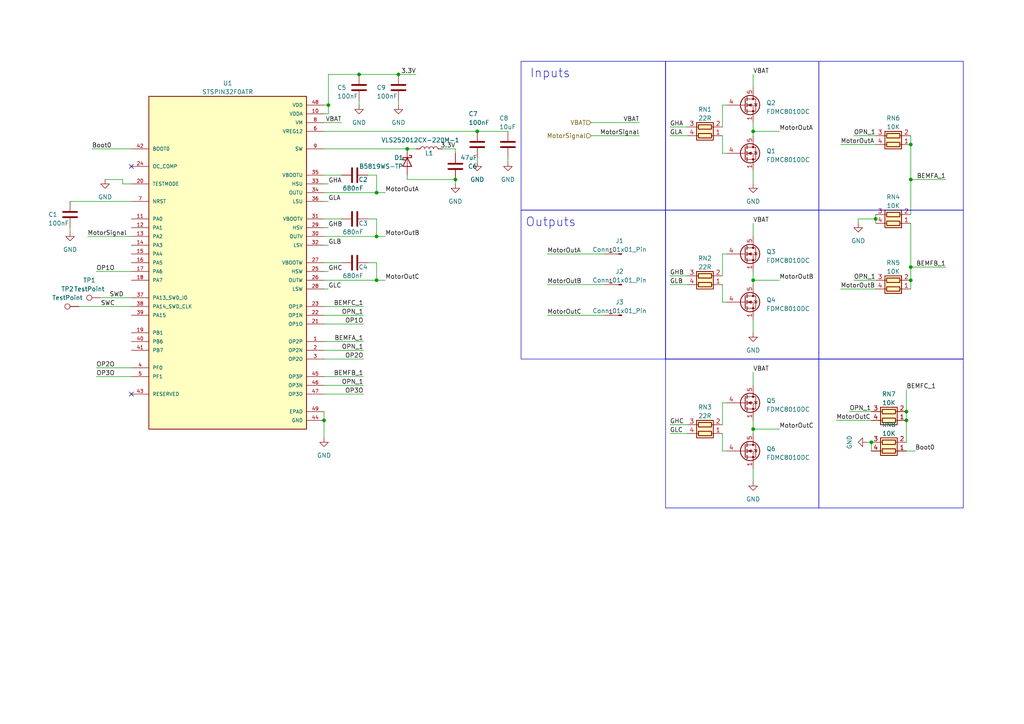
<source format=kicad_sch>
(kicad_sch (version 20230121) (generator eeschema)
  (paper "A4")
  (lib_symbols
    (symbol "Connector:Conn_01x01_Pin" (pin_names (offset 1.016) hide)
      (property "Reference" "J" (at 0 2.54 0))
      (property "Value" "Conn_01x01_Pin" (at 0 -2.54 0))
      (symbol "Conn_01x01_Pin_1_1"
        (polyline (pts (xy 1.27 0) (xy 0.8636 0)) (stroke (width 0.1524)))
        (rectangle (start 0.8636 0.127) (end 0 -0.127) (stroke (width 0.1524)) (fill (type outline)))
        (pin passive line (at 5.08 0 180) (length 3.81) (name "Pin_1") (number "1"))
      )
    )
    (symbol "Connector:TestPoint" (pin_numbers hide) (pin_names (offset 0.762) hide)
      (property "Reference" "TP" (at 0 6.858 0))
      (property "Value" "TestPoint" (at 0 5.08 0))
      (symbol "TestPoint_0_1"
        (circle (center 0 3.302) (radius 0.762))
      )
      (symbol "TestPoint_1_1"
        (pin passive line (at 0 0 90) (length 2.54) (name "1") (number "1"))
      )
    )
    (symbol "Device:C" (pin_numbers hide) (pin_names (offset 0.254))
      (property "Reference" "C" (at 0.635 2.54 0))
      (property "Value" "C" (at 0.635 -2.54 0))
      (symbol "C_0_1"
        (polyline (pts (xy -2.032 -0.762) (xy 2.032 -0.762)) (stroke (width 0.508)))
        (polyline (pts (xy -2.032 0.762) (xy 2.032 0.762)) (stroke (width 0.508)))
      )
      (symbol "C_1_1"
        (pin passive line (at 0 3.81 270) (length 2.794) (name "~") (number "1"))
        (pin passive line (at 0 -3.81 90) (length 2.794) (name "~") (number "2"))
      )
    )
    (symbol "Device:D_Schottky" (pin_numbers hide) (pin_names (offset 1.016) hide)
      (property "Reference" "D" (at 0 2.54 0))
      (property "Value" "D_Schottky" (at 0 -2.54 0))
      (symbol "D_Schottky_0_1"
        (polyline (pts (xy 1.27 0) (xy -1.27 0)))
        (polyline (pts (xy 1.27 1.27) (xy 1.27 -1.27) (xy -1.27 0) (xy 1.27 1.27)) (stroke (width 0.254)))
        (polyline (pts (xy -1.905 0.635) (xy -1.905 1.27) (xy -1.27 1.27) (xy -1.27 -1.27) (xy -0.635 -1.27) (xy -0.635 -0.635)) (stroke (width 0.254)))
      )
      (symbol "D_Schottky_1_1"
        (pin passive line (at -3.81 0 0) (length 2.54) (name "K") (number "1"))
        (pin passive line (at 3.81 0 180) (length 2.54) (name "A") (number "2"))
      )
    )
    (symbol "Device:L" (pin_numbers hide) (pin_names (offset 1.016) hide)
      (property "Reference" "L" (at -1.27 0 90))
      (property "Value" "L" (at 1.905 0 90))
      (symbol "L_0_1"
        (arc (start 0 -2.54) (mid 0.6323 -1.905) (end 0 -1.27))
        (arc (start 0 -1.27) (mid 0.6323 -0.635) (end 0 0))
        (arc (start 0 0) (mid 0.6323 0.635) (end 0 1.27))
        (arc (start 0 1.27) (mid 0.6323 1.905) (end 0 2.54))
      )
      (symbol "L_1_1"
        (pin passive line (at 0 3.81 270) (length 1.27) (name "1") (number "1"))
        (pin passive line (at 0 -3.81 90) (length 1.27) (name "2") (number "2"))
      )
    )
    (symbol "Device:R_Pack02" (pin_names (offset 0) hide)
      (property "Reference" "RN" (at -5.08 0 90))
      (property "Value" "R_Pack02" (at 2.54 0 90))
      (symbol "R_Pack02_0_1"
        (rectangle (start -3.81 -2.413) (end 1.27 2.413) (stroke (width 0.254)) (fill (type background)))
        (rectangle (start -3.175 1.905) (end -1.905 -1.905) (stroke (width 0.254)))
        (rectangle (start -0.635 1.905) (end 0.635 -1.905) (stroke (width 0.254)))
        (polyline (pts (xy -2.54 -2.54) (xy -2.54 -1.905)))
        (polyline (pts (xy -2.54 1.905) (xy -2.54 2.54)))
        (polyline (pts (xy 0 -2.54) (xy 0 -1.905)))
        (polyline (pts (xy 0 1.905) (xy 0 2.54)))
      )
      (symbol "R_Pack02_1_1"
        (pin passive line (at -2.54 -5.08 90) (length 2.54) (name "R1.1") (number "1"))
        (pin passive line (at 0 -5.08 90) (length 2.54) (name "R2.1") (number "2"))
        (pin passive line (at 0 5.08 270) (length 2.54) (name "R2.2") (number "3"))
        (pin passive line (at -2.54 5.08 270) (length 2.54) (name "R1.2") (number "4"))
      )
    )
    (symbol "OpenHW:FDMC8010DC" (pin_names (offset 0) hide)
      (property "Reference" "Q" (at 5.08 1.27 0))
      (property "Value" "FDMC8010DC" (at 5.08 -1.27 0))
      (symbol "FDMC8010DC_0_1"
        (polyline (pts (xy 0.254 0) (xy -2.54 0)))
        (polyline (pts (xy 0.254 1.905) (xy 0.254 -1.905)) (stroke (width 0.254)))
        (polyline (pts (xy 0.762 -1.27) (xy 0.762 -2.286)) (stroke (width 0.254)))
        (polyline (pts (xy 0.762 0.508) (xy 0.762 -0.508)) (stroke (width 0.254)))
        (polyline (pts (xy 0.762 2.286) (xy 0.762 1.27)) (stroke (width 0.254)))
        (polyline (pts (xy 2.54 2.54) (xy 2.54 1.778)))
        (polyline (pts (xy 2.54 -2.54) (xy 2.54 0) (xy 0.762 0)))
        (polyline (pts (xy 0.762 -1.778) (xy 3.302 -1.778) (xy 3.302 1.778) (xy 0.762 1.778)))
        (polyline (pts (xy 1.016 0) (xy 2.032 0.381) (xy 2.032 -0.381) (xy 1.016 0)) (fill (type outline)))
        (polyline (pts (xy 2.794 0.508) (xy 2.921 0.381) (xy 3.683 0.381) (xy 3.81 0.254)))
        (polyline (pts (xy 3.302 0.381) (xy 2.921 -0.254) (xy 3.683 -0.254) (xy 3.302 0.381)))
        (circle (center 1.651 0) (radius 2.794) (stroke (width 0.254)))
        (circle (center 2.54 -1.778) (radius 0.254) (fill (type outline)))
        (circle (center 2.54 1.778) (radius 0.254) (fill (type outline)))
      )
      (symbol "FDMC8010DC_1_1"
        (pin passive line (at 2.54 -5.08 90) (length 2.54) (name "S") (number "1"))
        (pin passive line (at 2.54 -5.08 90) (length 2.54) hide (name "S") (number "2"))
        (pin passive line (at 2.54 -5.08 90) (length 2.54) hide (name "S") (number "3"))
        (pin input line (at -5.08 0 0) (length 2.54) (name "G") (number "4"))
        (pin passive line (at 2.54 5.08 270) (length 2.54) (name "D") (number "5"))
      )
    )
    (symbol "OpenHW:STSPIN32F0ATR" (pin_names (offset 1.016))
      (property "Reference" "U" (at -22.86 49.53 0))
      (property "Value" "STSPIN32F0ATR" (at -22.86 -49.53 0))
      (symbol "STSPIN32F0ATR_0_0"
        (rectangle (start -22.86 -48.26) (end 22.86 48.26) (stroke (width 0.254)) (fill (type background)))
        (pin input line (at 27.94 -22.86 180) (length 5.08) (name "OP2P") (number "1"))
        (pin power_in line (at 27.94 43.18 180) (length 5.08) (name "VDDA") (number "10"))
        (pin bidirectional line (at -27.94 12.7 0) (length 5.08) (name "PA0") (number "11"))
        (pin bidirectional line (at -27.94 10.16 0) (length 5.08) (name "PA1") (number "12"))
        (pin bidirectional line (at -27.94 7.62 0) (length 5.08) (name "PA2") (number "13"))
        (pin bidirectional line (at -27.94 5.08 0) (length 5.08) (name "PA3") (number "14"))
        (pin bidirectional line (at -27.94 2.54 0) (length 5.08) (name "PA4") (number "15"))
        (pin bidirectional line (at -27.94 0 0) (length 5.08) (name "PA5") (number "16"))
        (pin bidirectional line (at -27.94 -2.54 0) (length 5.08) (name "PA6") (number "17"))
        (pin bidirectional line (at -27.94 -5.08 0) (length 5.08) (name "PA7") (number "18"))
        (pin bidirectional line (at -27.94 -20.32 0) (length 5.08) (name "PB1") (number "19"))
        (pin input line (at 27.94 -25.4 180) (length 5.08) (name "OP2N") (number "2"))
        (pin input line (at -27.94 22.86 0) (length 5.08) (name "TESTMODE") (number "20"))
        (pin output line (at 27.94 -17.78 180) (length 5.08) (name "OP1O") (number "21"))
        (pin input line (at 27.94 -15.24 180) (length 5.08) (name "OP1N") (number "22"))
        (pin input line (at 27.94 -12.7 180) (length 5.08) (name "OP1P") (number "23"))
        (pin input line (at -27.94 27.94 0) (length 5.08) (name "OC_COMP") (number "24"))
        (pin output line (at 27.94 -2.54 180) (length 5.08) (name "HSW") (number "25"))
        (pin output line (at 27.94 -5.08 180) (length 5.08) (name "OUTW") (number "26"))
        (pin power_in line (at 27.94 0 180) (length 5.08) (name "VBOOTW") (number "27"))
        (pin output line (at 27.94 -7.62 180) (length 5.08) (name "LSW") (number "28"))
        (pin output line (at 27.94 10.16 180) (length 5.08) (name "HSV") (number "29"))
        (pin output line (at 27.94 -27.94 180) (length 5.08) (name "OP2O") (number "3"))
        (pin output line (at 27.94 7.62 180) (length 5.08) (name "OUTV") (number "30"))
        (pin power_in line (at 27.94 12.7 180) (length 5.08) (name "VBOOTV") (number "31"))
        (pin output line (at 27.94 5.08 180) (length 5.08) (name "LSV") (number "32"))
        (pin output line (at 27.94 22.86 180) (length 5.08) (name "HSU") (number "33"))
        (pin output line (at 27.94 20.32 180) (length 5.08) (name "OUTU") (number "34"))
        (pin power_in line (at 27.94 25.4 180) (length 5.08) (name "VBOOTU") (number "35"))
        (pin output line (at 27.94 17.78 180) (length 5.08) (name "LSU") (number "36"))
        (pin bidirectional line (at -27.94 -10.16 0) (length 5.08) (name "PA13_SWD_IO") (number "37"))
        (pin bidirectional line (at -27.94 -12.7 0) (length 5.08) (name "PA14_SWD_CLK") (number "38"))
        (pin bidirectional line (at -27.94 -15.24 0) (length 5.08) (name "PA15") (number "39"))
        (pin bidirectional line (at -27.94 -30.48 0) (length 5.08) (name "PF0") (number "4"))
        (pin bidirectional line (at -27.94 -22.86 0) (length 5.08) (name "PB6") (number "40"))
        (pin bidirectional line (at -27.94 -25.4 0) (length 5.08) (name "PB7") (number "41"))
        (pin input line (at -27.94 33.02 0) (length 5.08) (name "BOOT0") (number "42"))
        (pin passive line (at -27.94 -38.1 0) (length 5.08) (name "RESERVED") (number "43"))
        (pin power_in line (at 27.94 -45.72 180) (length 5.08) (name "GND") (number "44"))
        (pin input line (at 27.94 -33.02 180) (length 5.08) (name "OP3P") (number "45"))
        (pin input line (at 27.94 -35.56 180) (length 5.08) (name "OP3N") (number "46"))
        (pin output line (at 27.94 -38.1 180) (length 5.08) (name "OP3O") (number "47"))
        (pin power_in line (at 27.94 45.72 180) (length 5.08) (name "VDD") (number "48"))
        (pin power_in line (at 27.94 -43.18 180) (length 5.08) (name "EPAD") (number "49"))
        (pin bidirectional line (at -27.94 -33.02 0) (length 5.08) (name "PF1") (number "5"))
        (pin power_in line (at 27.94 38.1 180) (length 5.08) (name "VREG12") (number "6"))
        (pin bidirectional line (at -27.94 17.78 0) (length 5.08) (name "NRST") (number "7"))
        (pin power_in line (at 27.94 40.64 180) (length 5.08) (name "VM") (number "8"))
        (pin output line (at 27.94 33.02 180) (length 5.08) (name "SW") (number "9"))
      )
    )
    (symbol "power:GND" (power) (pin_names (offset 0))
      (property "Value" "GND" (at 0 -3.81 0))
      (symbol "GND_0_1"
        (polyline (pts (xy 0 0) (xy 0 -1.27) (xy 1.27 -1.27) (xy 0 -2.54) (xy -1.27 -1.27) (xy 0 -1.27)))
      )
      (symbol "GND_1_1"
        (pin power_in line (at 0 0 270) (length 0) hide (name "GND") (number "1"))
      )
    )
  )
  (junction (at 95.25 30.48))
  (junction (at 138.43 38.1))
  (junction (at 218.44 124.46))
  (junction (at 218.44 38.1))
  (junction (at 109.22 68.58))
  (junction (at 109.22 81.28))
  (junction (at 264.16 41.91))
  (junction (at 132.08 52.07))
  (junction (at 262.89 121.92))
  (junction (at 264.16 77.47))
  (junction (at 218.44 81.28))
  (junction (at 93.98 121.92))
  (junction (at 264.16 81.28))
  (junction (at 254 63.5))
  (junction (at 252.73 128.27))
  (junction (at 118.11 43.18))
  (junction (at 262.89 119.38))
  (junction (at 109.22 55.88))
  (junction (at 264.16 52.07))
  (junction (at 115.57 21.59))
  (junction (at 104.14 21.59))
  (no_connect (at 38.1 114.3))
  (no_connect (at 38.1 48.26))
  (wire (pts (xy 218.44 64.77) (xy 218.44 68.58)))
  (wire (pts (xy 29.21 86.36) (xy 38.1 86.36)))
  (wire (pts (xy 105.41 104.14) (xy 93.98 104.14)))
  (wire (pts (xy 252.73 128.27) (xy 252.73 130.81)))
  (wire (pts (xy 109.22 50.8) (xy 109.22 55.88)))
  (wire (pts (xy 246.38 119.38) (xy 252.73 119.38)))
  (wire (pts (xy 248.92 63.5) (xy 254 63.5)))
  (wire (pts (xy 35.56 52.07) (xy 35.56 53.34)))
  (wire (pts (xy 93.98 55.88) (xy 109.22 55.88)))
  (wire (pts (xy 147.32 45.72) (xy 147.32 46.99)))
  (wire (pts (xy 99.06 50.8) (xy 93.98 50.8)))
  (wire (pts (xy 264.16 77.47) (xy 264.16 81.28)))
  (wire (pts (xy 35.56 53.34) (xy 38.1 53.34)))
  (wire (pts (xy 254 63.5) (xy 254 64.77)))
  (wire (pts (xy 35.56 52.07) (xy 30.48 52.07)))
  (wire (pts (xy 109.22 55.88) (xy 111.76 55.88)))
  (wire (pts (xy 218.44 78.74) (xy 218.44 81.28)))
  (wire (pts (xy 93.98 119.38) (xy 93.98 121.92)))
  (wire (pts (xy 111.76 68.58) (xy 109.22 68.58)))
  (wire (pts (xy 218.44 107.95) (xy 218.44 111.76)))
  (wire (pts (xy 99.06 35.56) (xy 93.98 35.56)))
  (wire (pts (xy 218.44 124.46) (xy 226.06 124.46)))
  (wire (pts (xy 106.68 63.5) (xy 109.22 63.5)))
  (wire (pts (xy 95.25 53.34) (xy 93.98 53.34)))
  (wire (pts (xy 95.25 83.82) (xy 93.98 83.82)))
  (wire (pts (xy 209.55 73.66) (xy 210.82 73.66)))
  (wire (pts (xy 264.16 52.07) (xy 274.32 52.07)))
  (wire (pts (xy 22.86 88.9) (xy 38.1 88.9)))
  (wire (pts (xy 118.11 52.07) (xy 132.08 52.07)))
  (wire (pts (xy 242.57 121.92) (xy 252.73 121.92)))
  (wire (pts (xy 218.44 38.1) (xy 218.44 39.37)))
  (wire (pts (xy 209.55 82.55) (xy 209.55 87.63)))
  (wire (pts (xy 194.31 36.83) (xy 199.39 36.83)))
  (wire (pts (xy 218.44 96.52) (xy 218.44 92.71)))
  (wire (pts (xy 105.41 111.76) (xy 93.98 111.76)))
  (wire (pts (xy 132.08 43.18) (xy 132.08 44.45)))
  (wire (pts (xy 93.98 38.1) (xy 138.43 38.1)))
  (wire (pts (xy 93.98 127) (xy 93.98 121.92)))
  (wire (pts (xy 218.44 21.59) (xy 218.44 25.4)))
  (wire (pts (xy 20.32 67.31) (xy 20.32 66.04)))
  (wire (pts (xy 158.75 82.55) (xy 175.26 82.55)))
  (wire (pts (xy 105.41 99.06) (xy 93.98 99.06)))
  (wire (pts (xy 93.98 30.48) (xy 95.25 30.48)))
  (wire (pts (xy 218.44 53.34) (xy 218.44 49.53)))
  (wire (pts (xy 218.44 38.1) (xy 226.06 38.1)))
  (wire (pts (xy 128.27 43.18) (xy 132.08 43.18)))
  (wire (pts (xy 194.31 123.19) (xy 199.39 123.19)))
  (wire (pts (xy 99.06 76.2) (xy 93.98 76.2)))
  (wire (pts (xy 252.73 128.27) (xy 251.46 128.27)))
  (wire (pts (xy 264.16 39.37) (xy 264.16 41.91)))
  (wire (pts (xy 254 63.5) (xy 254 62.23)))
  (wire (pts (xy 209.55 30.48) (xy 210.82 30.48)))
  (wire (pts (xy 115.57 30.48) (xy 115.57 29.21)))
  (wire (pts (xy 111.76 81.28) (xy 109.22 81.28)))
  (wire (pts (xy 218.44 139.7) (xy 218.44 135.89)))
  (wire (pts (xy 194.31 39.37) (xy 199.39 39.37)))
  (wire (pts (xy 138.43 45.72) (xy 138.43 46.99)))
  (wire (pts (xy 95.25 33.02) (xy 95.25 30.48)))
  (wire (pts (xy 105.41 88.9) (xy 93.98 88.9)))
  (wire (pts (xy 105.41 109.22) (xy 93.98 109.22)))
  (wire (pts (xy 109.22 76.2) (xy 109.22 81.28)))
  (wire (pts (xy 218.44 81.28) (xy 226.06 81.28)))
  (wire (pts (xy 25.4 68.58) (xy 38.1 68.58)))
  (wire (pts (xy 262.89 119.38) (xy 262.89 121.92)))
  (wire (pts (xy 262.89 113.03) (xy 262.89 119.38)))
  (wire (pts (xy 93.98 33.02) (xy 95.25 33.02)))
  (wire (pts (xy 247.65 39.37) (xy 254 39.37)))
  (wire (pts (xy 158.75 73.66) (xy 175.26 73.66)))
  (wire (pts (xy 99.06 63.5) (xy 93.98 63.5)))
  (wire (pts (xy 118.11 43.18) (xy 120.65 43.18)))
  (wire (pts (xy 209.55 130.81) (xy 210.82 130.81)))
  (wire (pts (xy 218.44 35.56) (xy 218.44 38.1)))
  (wire (pts (xy 106.68 50.8) (xy 109.22 50.8)))
  (wire (pts (xy 171.45 39.37) (xy 185.42 39.37)))
  (wire (pts (xy 194.31 80.01) (xy 199.39 80.01)))
  (wire (pts (xy 209.55 36.83) (xy 209.55 30.48)))
  (wire (pts (xy 158.75 91.44) (xy 175.26 91.44)))
  (wire (pts (xy 194.31 82.55) (xy 199.39 82.55)))
  (wire (pts (xy 243.84 41.91) (xy 254 41.91)))
  (wire (pts (xy 20.32 58.42) (xy 38.1 58.42)))
  (wire (pts (xy 95.25 71.12) (xy 93.98 71.12)))
  (wire (pts (xy 218.44 81.28) (xy 218.44 82.55)))
  (wire (pts (xy 104.14 21.59) (xy 115.57 21.59)))
  (wire (pts (xy 274.32 77.47) (xy 264.16 77.47)))
  (wire (pts (xy 209.55 123.19) (xy 209.55 116.84)))
  (wire (pts (xy 264.16 41.91) (xy 264.16 52.07)))
  (wire (pts (xy 264.16 52.07) (xy 264.16 62.23)))
  (wire (pts (xy 27.94 78.74) (xy 38.1 78.74)))
  (wire (pts (xy 27.94 106.68) (xy 38.1 106.68)))
  (wire (pts (xy 104.14 30.48) (xy 104.14 29.21)))
  (wire (pts (xy 209.55 44.45) (xy 210.82 44.45)))
  (wire (pts (xy 209.55 39.37) (xy 209.55 44.45)))
  (wire (pts (xy 109.22 81.28) (xy 93.98 81.28)))
  (wire (pts (xy 194.31 125.73) (xy 199.39 125.73)))
  (wire (pts (xy 209.55 87.63) (xy 210.82 87.63)))
  (wire (pts (xy 105.41 114.3) (xy 93.98 114.3)))
  (wire (pts (xy 105.41 91.44) (xy 93.98 91.44)))
  (wire (pts (xy 95.25 78.74) (xy 93.98 78.74)))
  (wire (pts (xy 171.45 35.56) (xy 185.42 35.56)))
  (wire (pts (xy 132.08 53.34) (xy 132.08 52.07)))
  (wire (pts (xy 106.68 76.2) (xy 109.22 76.2)))
  (wire (pts (xy 95.25 21.59) (xy 104.14 21.59)))
  (wire (pts (xy 118.11 50.8) (xy 118.11 52.07)))
  (wire (pts (xy 27.94 109.22) (xy 38.1 109.22)))
  (wire (pts (xy 218.44 124.46) (xy 218.44 125.73)))
  (wire (pts (xy 109.22 68.58) (xy 93.98 68.58)))
  (wire (pts (xy 209.55 80.01) (xy 209.55 73.66)))
  (wire (pts (xy 26.67 43.18) (xy 38.1 43.18)))
  (wire (pts (xy 264.16 64.77) (xy 264.16 77.47)))
  (wire (pts (xy 105.41 93.98) (xy 93.98 93.98)))
  (wire (pts (xy 218.44 121.92) (xy 218.44 124.46)))
  (wire (pts (xy 209.55 125.73) (xy 209.55 130.81)))
  (wire (pts (xy 109.22 63.5) (xy 109.22 68.58)))
  (wire (pts (xy 248.92 63.5) (xy 248.92 64.77)))
  (wire (pts (xy 115.57 21.59) (xy 120.65 21.59)))
  (wire (pts (xy 138.43 38.1) (xy 147.32 38.1)))
  (wire (pts (xy 262.89 121.92) (xy 262.89 128.27)))
  (wire (pts (xy 105.41 101.6) (xy 93.98 101.6)))
  (wire (pts (xy 209.55 116.84) (xy 210.82 116.84)))
  (wire (pts (xy 95.25 66.04) (xy 93.98 66.04)))
  (wire (pts (xy 118.11 43.18) (xy 93.98 43.18)))
  (wire (pts (xy 95.25 58.42) (xy 93.98 58.42)))
  (wire (pts (xy 247.65 81.28) (xy 254 81.28)))
  (wire (pts (xy 265.43 130.81) (xy 262.89 130.81)))
  (wire (pts (xy 264.16 81.28) (xy 264.16 83.82)))
  (wire (pts (xy 243.84 83.82) (xy 254 83.82)))
  (wire (pts (xy 95.25 21.59) (xy 95.25 30.48)))
  (rectangle (start 237.49 104.14) (end 279.4 147.32))
  (rectangle (start 237.49 60.96) (end 279.4 104.14))
  (rectangle (start 237.49 17.78) (end 279.4 60.96))
  (rectangle (start 151.13 17.78) (end 193.04 60.96))
  (rectangle (start 193.04 60.96) (end 237.49 104.14))
  (rectangle (start 193.04 17.78) (end 237.49 60.96))
  (rectangle (start 151.13 60.96) (end 193.04 104.14))
  (rectangle (start 193.04 104.14) (end 237.49 147.32))
  (text "Outputs" (at 152.4 66.04 0) (effects (font (size 2.54 2.54)) (justify left bottom)))
  (text "Inputs" (at 153.67 22.86 0) (effects (font (size 2.54 2.54)) (justify left bottom)))
  (label "BEMFA_1" (at 274.32 52.07 180))
  (label "GHA" (at 194.31 36.83 0))
  (label "MotorOutB" (at 158.75 82.55 0))
  (label "OP2O" (at 105.41 104.14 180))
  (label "VBAT" (at 99.06 35.56 180))
  (label "GLA" (at 95.25 58.42 0))
  (label "MotorOutC" (at 242.57 121.92 0))
  (label "VBAT" (at 185.42 35.56 180))
  (label "MotorOutB" (at 243.84 83.82 0))
  (label "GLA" (at 194.31 39.37 0))
  (label "Boot0" (at 26.67 43.18 0))
  (label "BEMFB_1" (at 105.41 109.22 180))
  (label "MotorOutA" (at 243.84 41.91 0))
  (label "GLC" (at 194.31 125.73 0))
  (label "3.3V" (at 120.65 21.59 180))
  (label "MotorOutA" (at 111.76 55.88 0))
  (label "MotorOutC" (at 111.76 81.28 0))
  (label "OPN_1" (at 247.65 81.28 0))
  (label "GHC" (at 194.31 123.19 0))
  (label "GHC" (at 95.25 78.74 0))
  (label "OP1O" (at 105.41 93.98 180))
  (label "OP1O" (at 27.94 78.74 0))
  (label "VBAT" (at 218.44 21.59 0))
  (label "GLC" (at 95.25 83.82 0))
  (label "OP2O" (at 27.94 106.68 0))
  (label "OPN_1" (at 105.41 111.76 180))
  (label "GLB" (at 95.25 71.12 0))
  (label "GHB" (at 194.31 80.01 0))
  (label "BEMFC_1" (at 105.41 88.9 180))
  (label "OPN_1" (at 105.41 91.44 180))
  (label "MotorSignal" (at 25.4 68.58 0))
  (label "MotorOutB" (at 226.06 81.28 0))
  (label "BEMFC_1" (at 262.89 113.03 0))
  (label "MotorSignal" (at 185.42 39.37 180))
  (label "VBAT" (at 218.44 107.95 0))
  (label "GLB" (at 194.31 82.55 0))
  (label "MotorOutB" (at 111.76 68.58 0))
  (label "MotorOutA" (at 158.75 73.66 0))
  (label "MotorOutC" (at 226.06 124.46 0))
  (label "OPN_1" (at 105.41 101.6 180))
  (label "OPN_1" (at 247.65 39.37 0))
  (label "OPN_1" (at 246.38 119.38 0))
  (label "SWC" (at 29.21 88.9 0))
  (label "BEMFA_1" (at 105.41 99.06 180))
  (label "BEMFB_1" (at 274.32 77.47 180))
  (label "Boot0" (at 265.43 130.81 0))
  (label "SWD" (at 31.75 86.36 0))
  (label "MotorOutC" (at 158.75 91.44 0))
  (label "VBAT" (at 218.44 64.77 0))
  (label "GHB" (at 95.25 66.04 0))
  (label "MotorOutA" (at 226.06 38.1 0))
  (label "OP3O" (at 105.41 114.3 180))
  (label "GHA" (at 95.25 53.34 0))
  (label "OP3O" (at 27.94 109.22 0))
  (label "3.3V" (at 132.08 43.18 180))
  (hierarchical_label "MotorSignal" (shape input) (at 171.45 39.37 180))
  (hierarchical_label "VBAT" (shape input) (at 171.45 35.56 180))
  (symbol (lib_id "power:GND") (at 147.32 46.99 0) (unit 1)
    (property "Reference" "#PWR013" (effects hide))
    (property "Value" "GND" (at 147.32 52.07 0))
    (instances (project "Slimmeri_GD32" (path "" (reference "#PWR013") (unit 1)) (path "" (reference "#PWR021") (unit 1))))
  )
  (symbol (lib_id "Device:R_Pack02") (at 204.47 123.19 90) (unit 1)
    (property "Reference" "RN3" (at 204.47 118.11 90))
    (property "Value" "22R" (at 204.47 120.65 90))
    (property "Footprint" "OpenHW:R_Array_Slim_2x0402" (effects hide))
    (instances (project "Slimmeri_GD32" (path "" (reference "RN3") (unit 1)) (path "" (reference "RN11") (unit 1))))
  )
  (symbol (lib_id "OpenHW:FDMC8010DC") (at 215.9 130.81 0) (unit 1)
    (property "Reference" "Q6" (at 222.25 130.175 0) (effects (justify left)))
    (property "Value" "FDMC8010DC" (at 222.25 132.715 0) (effects (justify left)))
    (property "Footprint" "OpenHW:TRANS_FDMC8010DC" (effects hide))
    (property "Datasheet" "https://datasheet.lcsc.com/lcsc/2005271103_onsemi-FDMC8010DC_C555489.pdf" (effects hide))
    (property "LCSC" "https://www.lcsc.com/product-detail/MOSFETs_onsemi-FDMC8010DC_C555489.html" (effects hide))
    (instances (project "Slimmeri_GD32" (path "" (reference "Q6") (unit 1)) (path "" (reference "Q12") (unit 1))))
  )
  (symbol (lib_id "Device:C") (at 102.87 76.2 90) (unit 1)
    (property "Reference" "C4" (at 106.68 77.47 90) (effects (justify left)))
    (property "Value" "680nF" (at 105.41 80.01 90) (effects (justify left)))
    (property "Footprint" "Capacitor_SMD:C_0603_1608Metric" (effects hide))
    (instances (project "Slimmeri_GD32" (path "" (reference "C4") (unit 1)) (path "" (reference "C13") (unit 1))))
  )
  (symbol (lib_id "Device:R_Pack02") (at 259.08 62.23 90) (unit 1)
    (property "Reference" "RN4" (at 259.08 57.15 90))
    (property "Value" "10K" (at 259.08 59.69 90))
    (property "Footprint" "OpenHW:R_Array_Slim_2x0402" (effects hide))
    (instances (project "Slimmeri_GD32" (path "" (reference "RN4") (unit 1)) (path "" (reference "RN15") (unit 1))))
  )
  (symbol (lib_id "Device:R_Pack02") (at 204.47 36.83 90) (unit 1)
    (property "Reference" "RN1" (at 204.47 31.75 90))
    (property "Value" "22R" (at 204.47 34.29 90))
    (property "Footprint" "OpenHW:R_Array_Slim_2x0402" (effects hide))
    (instances (project "Slimmeri_GD32" (path "" (reference "RN1") (unit 1)) (path "" (reference "RN9") (unit 1))))
  )
  (symbol (lib_id "power:GND") (at 104.14 30.48 0) (unit 1)
    (property "Reference" "#PWR010" (effects hide))
    (property "Value" "GND" (at 104.14 35.56 0))
    (instances (project "Slimmeri_GD32" (path "" (reference "#PWR010") (unit 1)) (path "" (reference "#PWR017") (unit 1))))
  )
  (symbol (lib_id "power:GND") (at 138.43 46.99 0) (unit 1)
    (property "Reference" "#PWR012" (effects hide))
    (property "Value" "GND" (at 138.43 52.07 0))
    (instances (project "Slimmeri_GD32" (path "" (reference "#PWR012") (unit 1)) (path "" (reference "#PWR020") (unit 1))))
  )
  (symbol (lib_id "Connector:TestPoint") (at 22.86 88.9 90) (unit 1)
    (property "Reference" "TP2" (at 19.558 83.82 90))
    (property "Value" "TestPoint" (at 19.558 86.36 90))
    (property "Footprint" "TestPoint:TestPoint_Pad_2.0x2.0mm" (effects hide))
    (instances (project "Slimmeri_GD32" (path "" (reference "TP2") (unit 1)) (path "" (reference "TP3") (unit 1))))
  )
  (symbol (lib_id "Device:C") (at 102.87 63.5 90) (unit 1)
    (property "Reference" "C3" (at 106.68 64.77 90) (effects (justify left)))
    (property "Value" "680nF" (at 105.41 67.31 90) (effects (justify left)))
    (property "Footprint" "Capacitor_SMD:C_0603_1608Metric" (effects hide))
    (instances (project "Slimmeri_GD32" (path "" (reference "C3") (unit 1)) (path "" (reference "C12") (unit 1))))
  )
  (symbol (lib_id "Device:D_Schottky") (at 118.11 46.99 270) (unit 1)
    (property "Reference" "D1" (at 114.3 45.72 90) (effects (justify left)))
    (property "Value" "B5819WS-TP" (at 104.14 48.26 90) (effects (justify left)))
    (property "Footprint" "Diode_SMD:D_SOD-323" (effects hide))
    (instances (project "Slimmeri_GD32" (path "" (reference "D1") (unit 1)) (path "" (reference "D2") (unit 1))))
  )
  (symbol (lib_id "OpenHW:FDMC8010DC") (at 215.9 73.66 0) (unit 1)
    (property "Reference" "Q3" (at 222.25 73.025 0) (effects (justify left)))
    (property "Value" "FDMC8010DC" (at 222.25 75.565 0) (effects (justify left)))
    (property "Footprint" "OpenHW:TRANS_FDMC8010DC" (effects hide))
    (property "Datasheet" "https://datasheet.lcsc.com/lcsc/2005271103_onsemi-FDMC8010DC_C555489.pdf" (effects hide))
    (property "LCSC" "https://www.lcsc.com/product-detail/MOSFETs_onsemi-FDMC8010DC_C555489.html" (effects hide))
    (instances (project "Slimmeri_GD32" (path "" (reference "Q3") (unit 1)) (path "" (reference "Q9") (unit 1))))
  )
  (symbol (lib_id "power:GND") (at 115.57 30.48 0) (unit 1)
    (property "Reference" "#PWR011" (effects hide))
    (property "Value" "GND" (at 115.57 35.56 0))
    (instances (project "Slimmeri_GD32" (path "" (reference "#PWR011") (unit 1)) (path "" (reference "#PWR018") (unit 1))))
  )
  (symbol (lib_id "Connector:Conn_01x01_Pin") (at 180.34 91.44 180) (unit 1)
    (property "Reference" "J3" (at 179.705 87.63 0))
    (property "Value" "Conn_01x01_Pin" (at 179.705 90.17 0))
    (property "Footprint" "OpenHW:MotorPad" (effects hide))
    (instances (project "Slimmeri_GD32" (path "" (reference "J3") (unit 1)) (path "" (reference "J6") (unit 1))))
  )
  (symbol (lib_id "power:GND") (at 30.48 52.07 0) (unit 1)
    (property "Reference" "#PWR014" (effects hide))
    (property "Value" "GND" (at 30.48 57.15 0))
    (instances (project "Slimmeri_GD32" (path "" (reference "#PWR014") (unit 1)) (path "" (reference "#PWR05") (unit 1))))
  )
  (symbol (lib_id "Device:R_Pack02") (at 259.08 39.37 90) (unit 1)
    (property "Reference" "RN6" (at 259.08 34.29 90))
    (property "Value" "10K" (at 259.08 36.83 90))
    (property "Footprint" "OpenHW:R_Array_Slim_2x0402" (effects hide))
    (instances (project "Slimmeri_GD32" (path "" (reference "RN6") (unit 1)) (path "" (reference "RN14") (unit 1))))
  )
  (symbol (lib_id "power:GND") (at 20.32 67.31 0) (unit 1)
    (property "Reference" "#PWR06" (effects hide))
    (property "Value" "GND" (at 20.32 72.39 0))
    (instances (project "Slimmeri_GD32" (path "" (reference "#PWR06") (unit 1)) (path "" (reference "#PWR03") (unit 1))))
  )
  (symbol (lib_id "Device:R_Pack02") (at 257.81 119.38 90) (unit 1)
    (property "Reference" "RN7" (at 257.81 114.3 90))
    (property "Value" "10K" (at 257.81 116.84 90))
    (property "Footprint" "OpenHW:R_Array_Slim_2x0402" (effects hide))
    (instances (project "Slimmeri_GD32" (path "" (reference "RN7") (unit 1)) (path "" (reference "RN12") (unit 1))))
  )
  (symbol (lib_id "Device:L") (at 124.46 43.18 90) (unit 1)
    (property "Reference" "L1" (at 124.46 44.45 90))
    (property "Value" "VLS252012CX-220M-1" (at 121.92 40.64 90))
    (property "Footprint" "Inductor_SMD:L_1008_2520Metric" (effects hide))
    (instances (project "Slimmeri_GD32" (path "" (reference "L1") (unit 1)) (path "" (reference "L2") (unit 1))))
  )
  (symbol (lib_id "Device:C") (at 20.32 62.23 0) (unit 1)
    (property "Reference" "C1" (at 13.97 62.23 0) (effects (justify left)))
    (property "Value" "100nF" (at 13.97 64.77 0) (effects (justify left)))
    (property "Footprint" "Capacitor_SMD:C_0402_1005Metric" (effects hide))
    (instances (project "Slimmeri_GD32" (path "" (reference "C1") (unit 1)) (path "" (reference "C10") (unit 1))))
  )
  (symbol (lib_id "OpenHW:FDMC8010DC") (at 215.9 87.63 0) (unit 1)
    (property "Reference" "Q4" (at 222.25 86.995 0) (effects (justify left)))
    (property "Value" "FDMC8010DC" (at 222.25 89.535 0) (effects (justify left)))
    (property "Footprint" "OpenHW:TRANS_FDMC8010DC" (effects hide))
    (property "Datasheet" "https://datasheet.lcsc.com/lcsc/2005271103_onsemi-FDMC8010DC_C555489.pdf" (effects hide))
    (property "LCSC" "https://www.lcsc.com/product-detail/MOSFETs_onsemi-FDMC8010DC_C555489.html" (effects hide))
    (instances (project "Slimmeri_GD32" (path "" (reference "Q4") (unit 1)) (path "" (reference "Q10") (unit 1))))
  )
  (symbol (lib_id "power:GND") (at 248.92 64.77 0) (unit 1)
    (property "Reference" "#PWR02" (effects hide))
    (property "Value" "GND" (at 248.92 69.85 0))
    (instances (project "Slimmeri_GD32" (path "" (reference "#PWR02") (unit 1)) (path "" (reference "#PWR025") (unit 1))))
  )
  (symbol (lib_id "power:GND") (at 218.44 53.34 0) (unit 1)
    (property "Reference" "#PWR07" (effects hide))
    (property "Value" "GND" (at 218.44 58.42 0))
    (instances (project "Slimmeri_GD32" (path "" (reference "#PWR07") (unit 1)) (path "" (reference "#PWR022") (unit 1))))
  )
  (symbol (lib_id "power:GND") (at 218.44 139.7 0) (unit 1)
    (property "Reference" "#PWR09" (effects hide))
    (property "Value" "GND" (at 218.44 144.78 0))
    (instances (project "Slimmeri_GD32" (path "" (reference "#PWR09") (unit 1)) (path "" (reference "#PWR024") (unit 1))))
  )
  (symbol (lib_id "power:GND") (at 132.08 53.34 0) (unit 1)
    (property "Reference" "#PWR015" (effects hide))
    (property "Value" "GND" (at 132.08 58.42 0))
    (instances (project "Slimmeri_GD32" (path "" (reference "#PWR015") (unit 1)) (path "" (reference "#PWR019") (unit 1))))
  )
  (symbol (lib_id "OpenHW:FDMC8010DC") (at 215.9 30.48 0) (unit 1)
    (property "Reference" "Q2" (at 222.25 29.845 0) (effects (justify left)))
    (property "Value" "FDMC8010DC" (at 222.25 32.385 0) (effects (justify left)))
    (property "Footprint" "OpenHW:TRANS_FDMC8010DC" (effects hide))
    (property "Datasheet" "https://datasheet.lcsc.com/lcsc/2005271103_onsemi-FDMC8010DC_C555489.pdf" (effects hide))
    (property "LCSC" "https://www.lcsc.com/product-detail/MOSFETs_onsemi-FDMC8010DC_C555489.html" (effects hide))
    (instances (project "Slimmeri_GD32" (path "" (reference "Q2") (unit 1)) (path "" (reference "Q7") (unit 1))))
  )
  (symbol (lib_id "Device:R_Pack02") (at 204.47 80.01 90) (unit 1)
    (property "Reference" "RN2" (at 204.47 74.93 90))
    (property "Value" "22R" (at 204.47 77.47 90))
    (property "Footprint" "OpenHW:R_Array_Slim_2x0402" (effects hide))
    (instances (project "Slimmeri_GD32" (path "" (reference "RN2") (unit 1)) (path "" (reference "RN10") (unit 1))))
  )
  (symbol (lib_id "power:GND") (at 93.98 127 0) (unit 1)
    (property "Reference" "#PWR04" (effects hide))
    (property "Value" "GND" (at 93.98 132.08 0))
    (instances (project "Slimmeri_GD32" (path "" (reference "#PWR04") (unit 1)) (path "" (reference "#PWR016") (unit 1))))
  )
  (symbol (lib_id "Device:C") (at 115.57 25.4 0) (unit 1)
    (property "Reference" "C9" (at 109.22 25.4 0) (effects (justify left)))
    (property "Value" "100nF" (at 109.22 27.94 0) (effects (justify left)))
    (property "Footprint" "Capacitor_SMD:C_0402_1005Metric" (effects hide))
    (instances (project "Slimmeri_GD32" (path "" (reference "C9") (unit 1)) (path "" (reference "C15") (unit 1))))
  )
  (symbol (lib_id "Device:R_Pack02") (at 257.81 128.27 90) (unit 1)
    (property "Reference" "RN8" (at 257.81 123.19 90))
    (property "Value" "10K" (at 257.81 125.73 90))
    (property "Footprint" "OpenHW:R_Array_Slim_2x0402" (effects hide))
    (instances (project "Slimmeri_GD32" (path "" (reference "RN8") (unit 1)) (path "" (reference "RN13") (unit 1))))
  )
  (symbol (lib_id "Device:C") (at 138.43 41.91 0) (unit 1)
    (property "Reference" "C7" (at 135.89 33.02 0) (effects (justify left)))
    (property "Value" "100nF" (at 135.89 35.56 0) (effects (justify left)))
    (property "Footprint" "Capacitor_SMD:C_0402_1005Metric" (effects hide))
    (instances (project "Slimmeri_GD32" (path "" (reference "C7") (unit 1)) (path "" (reference "C17") (unit 1))))
  )
  (symbol (lib_id "OpenHW:FDMC8010DC") (at 215.9 116.84 0) (unit 1)
    (property "Reference" "Q5" (at 222.25 116.205 0) (effects (justify left)))
    (property "Value" "FDMC8010DC" (at 222.25 118.745 0) (effects (justify left)))
    (property "Footprint" "OpenHW:TRANS_FDMC8010DC" (effects hide))
    (property "Datasheet" "https://datasheet.lcsc.com/lcsc/2005271103_onsemi-FDMC8010DC_C555489.pdf" (effects hide))
    (property "LCSC" "https://www.lcsc.com/product-detail/MOSFETs_onsemi-FDMC8010DC_C555489.html" (effects hide))
    (instances (project "Slimmeri_GD32" (path "" (reference "Q5") (unit 1)) (path "" (reference "Q11") (unit 1))))
  )
  (symbol (lib_id "OpenHW:STSPIN32F0ATR") (at 66.04 76.2 0) (unit 1)
    (property "Reference" "U1" (at 66.04 24.13 0))
    (property "Value" "STSPIN32F0ATR" (at 66.04 26.67 0))
    (property "Footprint" "IC_STSPIN32F0ATR" (effects hide))
    (property "PARTREV" "2" (effects hide))
    (property "STANDARD" "Manufacturer Recommendations" (effects hide))
    (property "SNAPEDA_PN" "STSPIN32F0ATR" (effects hide))
    (property "MAXIMUM_PACKAGE_HEIGHT" "1.1 mm" (effects hide))
    (property "MANUFACTURER" "STMicroelectronics" (effects hide))
    (instances (project "Slimmeri_GD32" (path "" (reference "U1") (unit 1)) (path "" (reference "U2") (unit 1))))
  )
  (symbol (lib_id "power:GND") (at 251.46 128.27 270) (unit 1)
    (property "Reference" "#PWR01" (effects hide))
    (property "Value" "GND" (at 246.38 128.27 0))
    (instances (project "Slimmeri_GD32" (path "" (reference "#PWR01") (unit 1)) (path "" (reference "#PWR026") (unit 1))))
  )
  (symbol (lib_id "Device:C") (at 102.87 50.8 90) (unit 1)
    (property "Reference" "C2" (at 106.68 52.07 90) (effects (justify left)))
    (property "Value" "680nF" (at 105.41 54.61 90) (effects (justify left)))
    (property "Footprint" "Capacitor_SMD:C_0603_1608Metric" (effects hide))
    (instances (project "Slimmeri_GD32" (path "" (reference "C2") (unit 1)) (path "" (reference "C11") (unit 1))))
  )
  (symbol (lib_id "Connector:Conn_01x01_Pin") (at 180.34 73.66 180) (unit 1)
    (property "Reference" "J1" (at 179.705 69.85 0))
    (property "Value" "Conn_01x01_Pin" (at 179.705 72.39 0))
    (property "Footprint" "OpenHW:MotorPad" (effects hide))
    (instances (project "Slimmeri_GD32" (path "" (reference "J1") (unit 1)) (path "" (reference "J4") (unit 1))))
  )
  (symbol (lib_id "Device:R_Pack02") (at 259.08 81.28 90) (unit 1)
    (property "Reference" "RN5" (at 259.08 76.2 90))
    (property "Value" "10K" (at 259.08 78.74 90))
    (property "Footprint" "OpenHW:R_Array_Slim_2x0402" (effects hide))
    (instances (project "Slimmeri_GD32" (path "" (reference "RN5") (unit 1)) (path "" (reference "RN16") (unit 1))))
  )
  (symbol (lib_id "Connector:Conn_01x01_Pin") (at 180.34 82.55 180) (unit 1)
    (property "Reference" "J2" (at 179.705 78.74 0))
    (property "Value" "Conn_01x01_Pin" (at 179.705 81.28 0))
    (property "Footprint" "OpenHW:MotorPad" (effects hide))
    (instances (project "Slimmeri_GD32" (path "" (reference "J2") (unit 1)) (path "" (reference "J5") (unit 1))))
  )
  (symbol (lib_id "power:GND") (at 218.44 96.52 0) (unit 1)
    (property "Reference" "#PWR08" (effects hide))
    (property "Value" "GND" (at 218.44 101.6 0))
    (instances (project "Slimmeri_GD32" (path "" (reference "#PWR08") (unit 1)) (path "" (reference "#PWR023") (unit 1))))
  )
  (symbol (lib_id "Device:C") (at 104.14 25.4 0) (unit 1)
    (property "Reference" "C5" (at 97.79 25.4 0) (effects (justify left)))
    (property "Value" "100nF" (at 97.79 27.94 0) (effects (justify left)))
    (property "Footprint" "Capacitor_SMD:C_0402_1005Metric" (effects hide))
    (instances (project "Slimmeri_GD32" (path "" (reference "C5") (unit 1)) (path "" (reference "C14") (unit 1))))
  )
  (symbol (lib_id "Device:C") (at 147.32 41.91 0) (unit 1)
    (property "Reference" "C8" (at 144.78 34.29 0) (effects (justify left)))
    (property "Value" "10uF" (at 144.78 36.83 0) (effects (justify left)))
    (property "Footprint" "Capacitor_SMD:C_0603_1608Metric" (effects hide))
    (instances (project "Slimmeri_GD32" (path "" (reference "C8") (unit 1)) (path "" (reference "C18") (unit 1))))
  )
  (symbol (lib_id "Connector:TestPoint") (at 29.21 86.36 90) (unit 1)
    (property "Reference" "TP1" (at 25.908 81.28 90))
    (property "Value" "TestPoint" (at 25.908 83.82 90))
    (property "Footprint" "TestPoint:TestPoint_Pad_2.0x2.0mm" (effects hide))
    (instances (project "Slimmeri_GD32" (path "" (reference "TP1") (unit 1)) (path "" (reference "TP4") (unit 1))))
  )
  (symbol (lib_id "OpenHW:FDMC8010DC") (at 215.9 44.45 0) (unit 1)
    (property "Reference" "Q1" (at 222.25 43.815 0) (effects (justify left)))
    (property "Value" "FDMC8010DC" (at 222.25 46.355 0) (effects (justify left)))
    (property "Footprint" "OpenHW:TRANS_FDMC8010DC" (effects hide))
    (property "Datasheet" "https://datasheet.lcsc.com/lcsc/2005271103_onsemi-FDMC8010DC_C555489.pdf" (effects hide))
    (property "LCSC" "https://www.lcsc.com/product-detail/MOSFETs_onsemi-FDMC8010DC_C555489.html" (effects hide))
    (instances (project "Slimmeri_GD32" (path "" (reference "Q1") (unit 1)) (path "" (reference "Q8") (unit 1))))
  )
  (symbol (lib_id "Device:C") (at 132.08 48.26 180) (unit 1)
    (property "Reference" "C6" (at 138.43 48.26 0) (effects (justify left)))
    (property "Value" "47uF" (at 138.43 45.72 0) (effects (justify left)))
    (property "Footprint" "Capacitor_SMD:C_1206_3216Metric" (effects hide))
    (instances (project "Slimmeri_GD32" (path "" (reference "C6") (unit 1)) (path "" (reference "C16") (unit 1))))
  )
)
</source>
